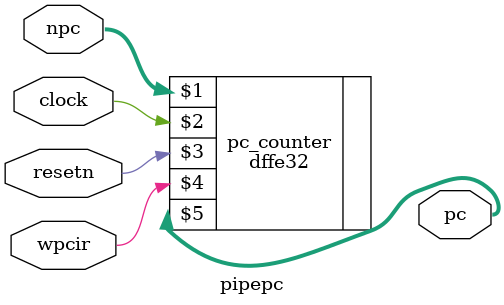
<source format=v>
module pipepc( npc,wpcir,clock,resetn,pc );
	input [31:0] npc;
	input 		wpcir,clock,resetn;
	output [31:0] pc; 
	dffe32 pc_counter(npc,clock,resetn,wpcir,pc);
endmodule
</source>
